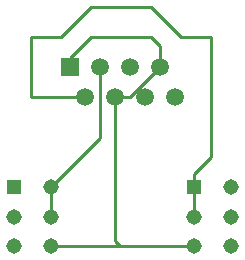
<source format=gbr>
%TF.GenerationSoftware,KiCad,Pcbnew,7.0.8*%
%TF.CreationDate,2023-11-04T19:06:47-07:00*%
%TF.ProjectId,Mini_Comp_Switch,4d696e69-5f43-46f6-9d70-5f5377697463,rev?*%
%TF.SameCoordinates,Original*%
%TF.FileFunction,Copper,L2,Bot*%
%TF.FilePolarity,Positive*%
%FSLAX46Y46*%
G04 Gerber Fmt 4.6, Leading zero omitted, Abs format (unit mm)*
G04 Created by KiCad (PCBNEW 7.0.8) date 2023-11-04 19:06:47*
%MOMM*%
%LPD*%
G01*
G04 APERTURE LIST*
%TA.AperFunction,ComponentPad*%
%ADD10R,1.308000X1.308000*%
%TD*%
%TA.AperFunction,ComponentPad*%
%ADD11C,1.308000*%
%TD*%
%TA.AperFunction,ComponentPad*%
%ADD12R,1.500000X1.500000*%
%TD*%
%TA.AperFunction,ComponentPad*%
%ADD13C,1.500000*%
%TD*%
%TA.AperFunction,Conductor*%
%ADD14C,0.250000*%
%TD*%
%TA.AperFunction,Conductor*%
%ADD15C,0.000000*%
%TD*%
G04 APERTURE END LIST*
D10*
%TO.P,REF\u002A\u002A,1*%
%TO.N,N/C*%
X148402500Y-66040000D03*
D11*
%TO.P,REF\u002A\u002A,2*%
X148402500Y-68540000D03*
%TO.P,REF\u002A\u002A,3*%
X148402500Y-71040000D03*
%TO.P,REF\u002A\u002A,4*%
X151602500Y-71040000D03*
%TO.P,REF\u002A\u002A,5*%
X151602500Y-68540000D03*
%TO.P,REF\u002A\u002A,6*%
X151602500Y-66040000D03*
%TD*%
D10*
%TO.P,REF\u002A\u002A,1*%
%TO.N,N/C*%
X163642500Y-66040000D03*
D11*
%TO.P,REF\u002A\u002A,2*%
X163642500Y-68540000D03*
%TO.P,REF\u002A\u002A,3*%
X163642500Y-71040000D03*
%TO.P,REF\u002A\u002A,4*%
X166842500Y-71040000D03*
%TO.P,REF\u002A\u002A,5*%
X166842500Y-68540000D03*
%TO.P,REF\u002A\u002A,6*%
X166842500Y-66040000D03*
%TD*%
D12*
%TO.P,REF\u002A\u002A,1*%
%TO.N,N/C*%
X153197500Y-55900000D03*
D13*
%TO.P,REF\u002A\u002A,2*%
X154467500Y-58440000D03*
%TO.P,REF\u002A\u002A,3*%
X155737500Y-55900000D03*
%TO.P,REF\u002A\u002A,4*%
X157007500Y-58440000D03*
%TO.P,REF\u002A\u002A,5*%
X158277500Y-55900000D03*
%TO.P,REF\u002A\u002A,6*%
X159547500Y-58440000D03*
%TO.P,REF\u002A\u002A,7*%
X160817500Y-55900000D03*
%TO.P,REF\u002A\u002A,8*%
X162087500Y-58440000D03*
%TD*%
D14*
%TO.N,*%
X163642500Y-66040000D02*
X163642500Y-68540000D01*
X155737500Y-61905000D02*
X151602500Y-66040000D01*
X160817500Y-54137500D02*
X160817500Y-55900000D01*
X154940000Y-50800000D02*
X160020000Y-50800000D01*
X157007500Y-58440000D02*
X157007500Y-70647500D01*
X157480000Y-71040000D02*
X151602500Y-71040000D01*
X149860000Y-58420000D02*
X149860000Y-53340000D01*
X162560000Y-53340000D02*
X165100000Y-53340000D01*
X152400000Y-53340000D02*
X154940000Y-50800000D01*
X163642500Y-71040000D02*
X157480000Y-71040000D01*
X154940000Y-53340000D02*
X160020000Y-53340000D01*
D15*
X149880000Y-58440000D02*
X149860000Y-58420000D01*
D14*
X153197500Y-55900000D02*
X153197500Y-55082500D01*
X153197500Y-55082500D02*
X154940000Y-53340000D01*
X160020000Y-50800000D02*
X162560000Y-53340000D01*
X165100000Y-63500000D02*
X163642500Y-64957500D01*
X165100000Y-53340000D02*
X165100000Y-63500000D01*
X154467500Y-58440000D02*
X149880000Y-58440000D01*
X160020000Y-53340000D02*
X160817500Y-54137500D01*
X157007500Y-70647500D02*
X157400000Y-71040000D01*
X151602500Y-66040000D02*
X151602500Y-68540000D01*
X155737500Y-55900000D02*
X155737500Y-61905000D01*
D15*
X157480000Y-58420000D02*
X157027500Y-58420000D01*
D14*
X149860000Y-53340000D02*
X152400000Y-53340000D01*
X157400000Y-71040000D02*
X157480000Y-71040000D01*
D15*
X157027500Y-58420000D02*
X157007500Y-58440000D01*
D14*
X163642500Y-64957500D02*
X163642500Y-66040000D01*
X157007500Y-58440000D02*
X158277500Y-58440000D01*
X158277500Y-58440000D02*
X160817500Y-55900000D01*
%TD*%
M02*

</source>
